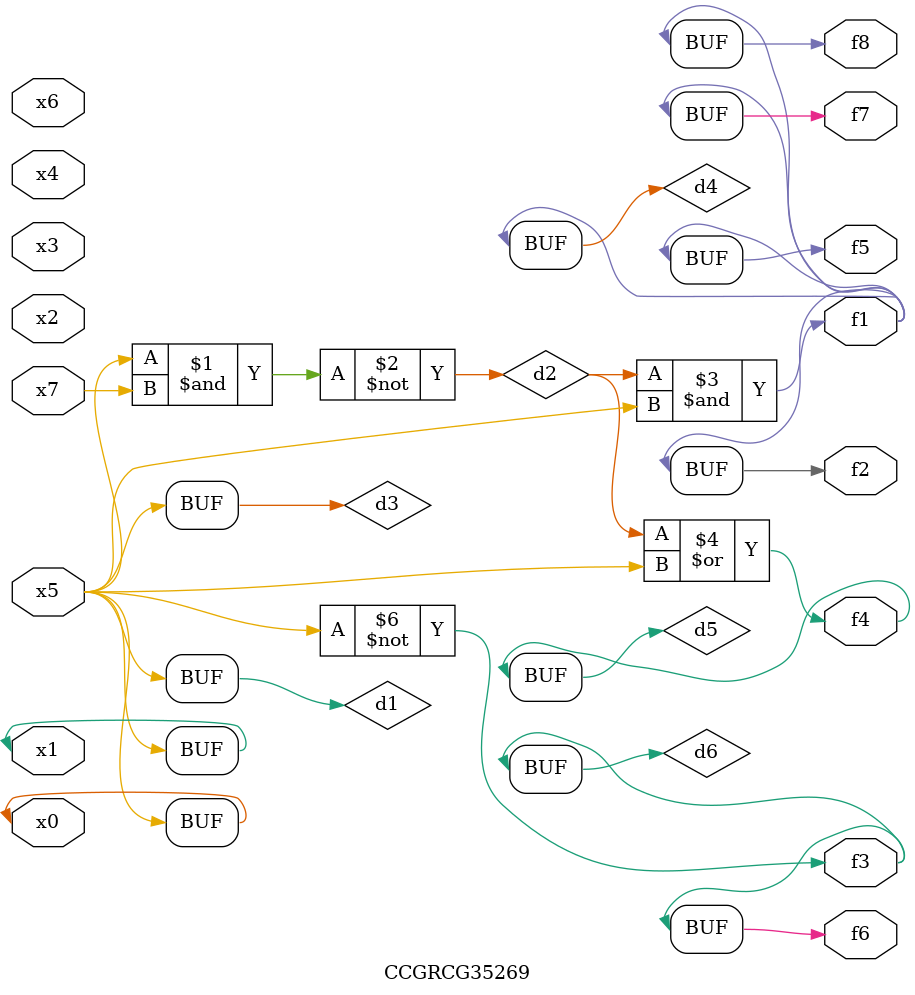
<source format=v>
module CCGRCG35269(
	input x0, x1, x2, x3, x4, x5, x6, x7,
	output f1, f2, f3, f4, f5, f6, f7, f8
);

	wire d1, d2, d3, d4, d5, d6;

	buf (d1, x0, x5);
	nand (d2, x5, x7);
	buf (d3, x0, x1);
	and (d4, d2, d3);
	or (d5, d2, d3);
	nor (d6, d1, d3);
	assign f1 = d4;
	assign f2 = d4;
	assign f3 = d6;
	assign f4 = d5;
	assign f5 = d4;
	assign f6 = d6;
	assign f7 = d4;
	assign f8 = d4;
endmodule

</source>
